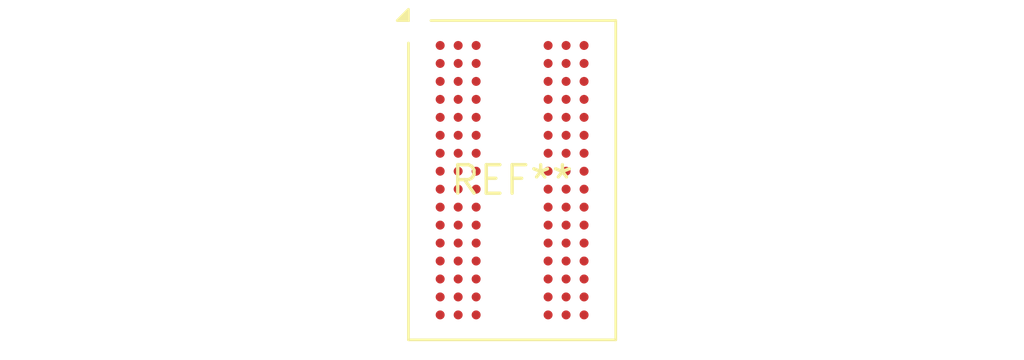
<source format=kicad_pcb>
(kicad_pcb (version 20240108) (generator pcbnew)
  (layers (0 "F.Cu" signal) (31 "B.Cu" signal) (34 "B.Paste" user) (35 "F.Paste" user) (36 "B.SilkS" user "B.Silkscreen") (37 "F.SilkS" user "F.Silkscreen") (38 "B.Mask" user) (39 "F.Mask" user) (44 "Edge.Cuts" user))
  (net 0 "")
  (footprint "Micron_FBGA-96_9x14mm_Layout9x16_P0.8mm" (layer "F.Cu") (at 0 0)
    (property "Reference" "REF**")
    (property "Value" "Micron_FBGA-96_9x14mm_Layout9x16_P0.8mm")
    (fp_line (start -4.61 7.11) (end -4.61 -6.11) (layer "F.SilkS") (stroke (width 0.12)))
    (fp_line (start -3.61 -7.11) (end 4.61 -7.11) (layer "F.SilkS") (stroke (width 0.12)))
    (fp_line (start 4.61 -7.11) (end 4.61 7.11) (layer "F.SilkS") (stroke (width 0.12)))
    (fp_line (start 4.61 7.11) (end -4.61 7.11) (layer "F.SilkS") (stroke (width 0.12)))
    (fp_poly (pts (xy -4.61 -7.11) (xy -5.11 -7.11) (xy -4.61 -7.61) (xy -4.61 -7.11)) (layer "F.SilkS") (stroke (width 0.12)) (fill solid))
    (pad "A1" smd circle (at -3.2 -6) (size 0.4 0.4) (property pad_prop_bga) (layers "F.Cu" "F.Paste" "F.Mask"))
    (pad "A2" smd circle (at -2.4 -6) (size 0.4 0.4) (property pad_prop_bga) (layers "F.Cu" "F.Paste" "F.Mask"))
    (pad "A3" smd circle (at -1.6 -6) (size 0.4 0.4) (property pad_prop_bga) (layers "F.Cu" "F.Paste" "F.Mask"))
    (pad "A7" smd circle (at 1.6 -6) (size 0.4 0.4) (property pad_prop_bga) (layers "F.Cu" "F.Paste" "F.Mask"))
    (pad "A8" smd circle (at 2.4 -6) (size 0.4 0.4) (property pad_prop_bga) (layers "F.Cu" "F.Paste" "F.Mask"))
    (pad "A9" smd circle (at 3.2 -6) (size 0.4 0.4) (property pad_prop_bga) (layers "F.Cu" "F.Paste" "F.Mask"))
    (pad "B1" smd circle (at -3.2 -5.2) (size 0.4 0.4) (property pad_prop_bga) (layers "F.Cu" "F.Paste" "F.Mask"))
    (pad "B2" smd circle (at -2.4 -5.2) (size 0.4 0.4) (property pad_prop_bga) (layers "F.Cu" "F.Paste" "F.Mask"))
    (pad "B3" smd circle (at -1.6 -5.2) (size 0.4 0.4) (property pad_prop_bga) (layers "F.Cu" "F.Paste" "F.Mask"))
    (pad "B7" smd circle (at 1.6 -5.2) (size 0.4 0.4) (property pad_prop_bga) (layers "F.Cu" "F.Paste" "F.Mask"))
    (pad "B8" smd circle (at 2.4 -5.2) (size 0.4 0.4) (property pad_prop_bga) (layers "F.Cu" "F.Paste" "F.Mask"))
    (pad "B9" smd circle (at 3.2 -5.2) (size 0.4 0.4) (property pad_prop_bga) (layers "F.Cu" "F.Paste" "F.Mask"))
    (pad "C1" smd circle (at -3.2 -4.4) (size 0.4 0.4) (property pad_prop_bga) (layers "F.Cu" "F.Paste" "F.Mask"))
    (pad "C2" smd circle (at -2.4 -4.4) (size 0.4 0.4) (property pad_prop_bga) (layers "F.Cu" "F.Paste" "F.Mask"))
    (pad "C3" smd circle (at -1.6 -4.4) (size 0.4 0.4) (property pad_prop_bga) (layers "F.Cu" "F.Paste" "F.Mask"))
    (pad "C7" smd circle (at 1.6 -4.4) (size 0.4 0.4) (property pad_prop_bga) (layers "F.Cu" "F.Paste" "F.Mask"))
    (pad "C8" smd circle (at 2.4 -4.4) (size 0.4 0.4) (property pad_prop_bga) (layers "F.Cu" "F.Paste" "F.Mask"))
    (pad "C9" smd circle (at 3.2 -4.4) (size 0.4 0.4) (property pad_prop_bga) (layers "F.Cu" "F.Paste" "F.Mask"))
    (pad "D1" smd circle (at -3.2 -3.6) (size 0.4 0.4) (property pad_prop_bga) (layers "F.Cu" "F.Paste" "F.Mask"))
    (pad "D2" smd circle (at -2.4 -3.6) (size 0.4 0.4) (property pad_prop_bga) (layers "F.Cu" "F.Paste" "F.Mask"))
    (pad "D3" smd circle (at -1.6 -3.6) (size 0.4 0.4) (property pad_prop_bga) (layers "F.Cu" "F.Paste" "F.Mask"))
    (pad "D7" smd circle (at 1.6 -3.6) (size 0.4 0.4) (property pad_prop_bga) (layers "F.Cu" "F.Paste" "F.Mask"))
    (pad "D8" smd circle (at 2.4 -3.6) (size 0.4 0.4) (property pad_prop_bga) (layers "F.Cu" "F.Paste" "F.Mask"))
    (pad "D9" smd circle (at 3.2 -3.6) (size 0.4 0.4) (property pad_prop_bga) (layers "F.Cu" "F.Paste" "F.Mask"))
    (pad "E1" smd circle (at -3.2 -2.8) (size 0.4 0.4) (property pad_prop_bga) (layers "F.Cu" "F.Paste" "F.Mask"))
    (pad "E2" smd circle (at -2.4 -2.8) (size 0.4 0.4) (property pad_prop_bga) (layers "F.Cu" "F.Paste" "F.Mask"))
    (pad "E3" smd circle (at -1.6 -2.8) (size 0.4 0.4) (property pad_prop_bga) (layers "F.Cu" "F.Paste" "F.Mask"))
    (pad "E7" smd circle (at 1.6 -2.8) (size 0.4 0.4) (property pad_prop_bga) (layers "F.Cu" "F.Paste" "F.Mask"))
    (pad "E8" smd circle (at 2.4 -2.8) (size 0.4 0.4) (property pad_prop_bga) (layers "F.Cu" "F.Paste" "F.Mask"))
    (pad "E9" smd circle (at 3.2 -2.8) (size 0.4 0.4) (property pad_prop_bga) (layers "F.Cu" "F.Paste" "F.Mask"))
    (pad "F1" smd circle (at -3.2 -2) (size 0.4 0.4) (property pad_prop_bga) (layers "F.Cu" "F.Paste" "F.Mask"))
    (pad "F2" smd circle (at -2.4 -2) (size 0.4 0.4) (property pad_prop_bga) (layers "F.Cu" "F.Paste" "F.Mask"))
    (pad "F3" smd circle (at -1.6 -2) (size 0.4 0.4) (property pad_prop_bga) (layers "F.Cu" "F.Paste" "F.Mask"))
    (pad "F7" smd circle (at 1.6 -2) (size 0.4 0.4) (property pad_prop_bga) (layers "F.Cu" "F.Paste" "F.Mask"))
    (pad "F8" smd circle (at 2.4 -2) (size 0.4 0.4) (property pad_prop_bga) (layers "F.Cu" "F.Paste" "F.Mask"))
    (pad "F9" smd circle (at 3.2 -2) (size 0.4 0.4) (property pad_prop_bga) (layers "F.Cu" "F.Paste" "F.Mask"))
    (pad "G1" smd circle (at -3.2 -1.2) (size 0.4 0.4) (property pad_prop_bga) (layers "F.Cu" "F.Paste" "F.Mask"))
    (pad "G2" smd circle (at -2.4 -1.2) (size 0.4 0.4) (property pad_prop_bga) (layers "F.Cu" "F.Paste" "F.Mask"))
    (pad "G3" smd circle (at -1.6 -1.2) (size 0.4 0.4) (property pad_prop_bga) (layers "F.Cu" "F.Paste" "F.Mask"))
    (pad "G7" smd circle (at 1.6 -1.2) (size 0.4 0.4) (property pad_prop_bga) (layers "F.Cu" "F.Paste" "F.Mask"))
    (pad "G8" smd circle (at 2.4 -1.2) (size 0.4 0.4) (property pad_prop_bga) (layers "F.Cu" "F.Paste" "F.Mask"))
    (pad "G9" smd circle (at 3.2 -1.2) (size 0.4 0.4) (property pad_prop_bga) (layers "F.Cu" "F.Paste" "F.Mask"))
    (pad "H1" smd circle (at -3.2 -0.4) (size 0.4 0.4) (property pad_prop_bga) (layers "F.Cu" "F.Paste" "F.Mask"))
    (pad "H2" smd circle (at -2.4 -0.4) (size 0.4 0.4) (property pad_prop_bga) (layers "F.Cu" "F.Paste" "F.Mask"))
    (pad "H3" smd circle (at -1.6 -0.4) (size 0.4 0.4) (property pad_prop_bga) (layers "F.Cu" "F.Paste" "F.Mask"))
    (pad "H7" smd circle (at 1.6 -0.4) (size 0.4 0.4) (property pad_prop_bga) (layers "F.Cu" "F.Paste" "F.Mask"))
    (pad "H8" smd circle (at 2.4 -0.4) (size 0.4 0.4) (property pad_prop_bga) (layers "F.Cu" "F.Paste" "F.Mask"))
    (pad "H9" smd circle (at 3.2 -0.4) (size 0.4 0.4) (property pad_prop_bga) (layers "F.Cu" "F.Paste" "F.Mask"))
    (pad "J1" smd circle (at -3.2 0.4) (size 0.4 0.4) (property pad_prop_bga) (layers "F.Cu" "F.Paste" "F.Mask"))
    (pad "J2" smd circle (at -2.4 0.4) (size 0.4 0.4) (property pad_prop_bga) (layers "F.Cu" "F.Paste" "F.Mask"))
    (pad "J3" smd circle (at -1.6 0.4) (size 0.4 0.4) (property pad_prop_bga) (layers "F.Cu" "F.Paste" "F.Mask"))
    (pad "J7" smd circle (at 1.6 0.4) (size 0.4 0.4) (property pad_prop_bga) (layers "F.Cu" "F.Paste" "F.Mask"))
    (pad "J8" smd circle (at 2.4 0.4) (size 0.4 0.4) (property pad_prop_bga) (layers "F.Cu" "F.Paste" "F.Mask"))
    (pad "J9" smd circle (at 3.2 0.4) (size 0.4 0.4) (property pad_prop_bga) (layers "F.Cu" "F.Paste" "F.Mask"))
    (pad "K1" smd circle (at -3.2 1.2) (size 0.4 0.4) (property pad_prop_bga) (layers "F.Cu" "F.Paste" "F.Mask"))
    (pad "K2" smd circle (at -2.4 1.2) (size 0.4 0.4) (property pad_prop_bga) (layers "F.Cu" "F.Paste" "F.Mask"))
    (pad "K3" smd circle (at -1.6 1.2) (size 0.4 0.4) (property pad_prop_bga) (layers "F.Cu" "F.Paste" "F.Mask"))
    (pad "K7" smd circle (at 1.6 1.2) (size 0.4 0.4) (property pad_prop_bga) (layers "F.Cu" "F.Paste" "F.Mask"))
    (pad "K8" smd circle (at 2.4 1.2) (size 0.4 0.4) (property pad_prop_bga) (layers "F.Cu" "F.Paste" "F.Mask"))
    (pad "K9" smd circle (at 3.2 1.2) (size 0.4 0.4) (property pad_prop_bga) (layers "F.Cu" "F.Paste" "F.Mask"))
    (pad "L1" smd circle (at -3.2 2) (size 0.4 0.4) (property pad_prop_bga) (layers "F.Cu" "F.Paste" "F.Mask"))
    (pad "L2" smd circle (at -2.4 2) (size 0.4 0.4) (property pad_prop_bga) (layers "F.Cu" "F.Paste" "F.Mask"))
    (pad "L3" smd circle (at -1.6 2) (size 0.4 0.4) (property pad_prop_bga) (layers "F.Cu" "F.Paste" "F.Mask"))
    (pad "L7" smd circle (at 1.6 2) (size 0.4 0.4) (property pad_prop_bga) (layers "F.Cu" "F.Paste" "F.Mask"))
    (pad "L8" smd circle (at 2.4 2) (size 0.4 0.4) (property pad_prop_bga) (layers "F.Cu" "F.Paste" "F.Mask"))
    (pad "L9" smd circle (at 3.2 2) (size 0.4 0.4) (property pad_prop_bga) (layers "F.Cu" "F.Paste" "F.Mask"))
    (pad "M1" smd circle (at -3.2 2.8) (size 0.4 0.4) (property pad_prop_bga) (layers "F.Cu" "F.Paste" "F.Mask"))
    (pad "M2" smd circle (at -2.4 2.8) (size 0.4 0.4) (property pad_prop_bga) (layers "F.Cu" "F.Paste" "F.Mask"))
    (pad "M3" smd circle (at -1.6 2.8) (size 0.4 0.4) (property pad_prop_bga) (layers "F.Cu" "F.Paste" "F.Mask"))
    (pad "M7" smd circle (at 1.6 2.8) (size 0.4 0.4) (property pad_prop_bga) (layers "F.Cu" "F.Paste" "F.Mask"))
    (pad "M8" smd circle (at 2.4 2.8) (size 0.4 0.4) (property pad_prop_bga) (layers "F.Cu" "F.Paste" "F.Mask"))
    (pad "M9" smd circle (at 3.2 2.8) (size 0.4 0.4) (property pad_prop_bga) (layers "F.Cu" "F.Paste" "F.Mask"))
    (pad "N1" smd circle (at -3.2 3.6) (size 0.4 0.4) (property pad_prop_bga) (layers "F.Cu" "F.Paste" "F.Mask"))
    (pad "N2" smd circle (at -2.4 3.6) (size 0.4 0.4) (property pad_prop_bga) (layers "F.Cu" "F.Paste" "F.Mask"))
    (pad "N3" smd circle (at -1.6 3.6) (size 0.4 0.4) (property pad_prop_bga) (layers "F.Cu" "F.Paste" "F.Mask"))
    (pad "N7" smd circle (at 1.6 3.6) (size 0.4 0.4) (property pad_prop_bga) (layers "F.Cu" "F.Paste" "F.Mask"))
    (pad "N8" smd circle (at 2.4 3.6) (size 0.4 0.4) (property pad_prop_bga) (layers "F.Cu" "F.Paste" "F.Mask"))
    (pad "N9" smd circle (at 3.2 3.6) (size 0.4 0.4) (property pad_prop_bga) (layers "F.Cu" "F.Paste" "F.Mask"))
    (pad "P1" smd circle (at -3.2 4.4) (size 0.4 0.4) (property pad_prop_bga) (layers "F.Cu" "F.Paste" "F.Mask"))
    (pad "P2" smd circle (at -2.4 4.4) (size 0.4 0.4) (property pad_prop_bga) (layers "F.Cu" "F.Paste" "F.Mask"))
    (pad "P3" smd circle (at -1.6 4.4) (size 0.4 0.4) (property pad_prop_bga) (layers "F.Cu" "F.Paste" "F.Mask"))
    (pad "P7" smd circle (at 1.6 4.4) (size 0.4 0.4) (property pad_prop_bga) (layers "F.Cu" "F.Paste" "F.Mask"))
    (pad "P8" smd circle (at 2.4 4.4) (size 0.4 0.4) (property pad_prop_bga) (layers "F.Cu" "F.Paste" "F.Mask"))
    (pad "P9" smd circle (at 3.2 4.4) (size 0.4 0.4) (property pad_prop_bga) (layers "F.Cu" "F.Paste" "F.Mask"))
    (pad "R1" smd circle (at -3.2 5.2) (size 0.4 0.4) (property pad_prop_bga) (layers "F.Cu" "F.Paste" "F.Mask"))
    (pad "R2" smd circle (at -2.4 5.2) (size 0.4 0.4) (property pad_prop_bga) (layers "F.Cu" "F.Paste" "F.Mask"))
    (pad "R3" smd circle (at -1.6 5.2) (size 0.4 0.4) (property pad_prop_bga) (layers "F.Cu" "F.Paste" "F.Mask"))
    (pad "R7" smd circle (at 1.6 5.2) (size 0.4 0.4) (property pad_prop_bga) (layers "F.Cu" "F.Paste" "F.Mask"))
    (pad "R8" smd circle (at 2.4 5.2) (size 0.4 0.4) (property pad_prop_bga) (layers "F.Cu" "F.Paste" "F.Mask"))
    (pad "R9" smd circle (at 3.2 5.2) (size 0.4 0.4) (property pad_prop_bga) (layers "F.Cu" "F.Paste" "F.Mask"))
    (pad "T1" smd circle (at -3.2 6) (size 0.4 0.4) (property pad_prop_bga) (layers "F.Cu" "F.Paste" "F.Mask"))
    (pad "T2" smd circle (at -2.4 6) (size 0.4 0.4) (property pad_prop_bga) (layers "F.Cu" "F.Paste" "F.Mask"))
    (pad "T3" smd circle (at -1.6 6) (size 0.4 0.4) (property pad_prop_bga) (layers "F.Cu" "F.Paste" "F.Mask"))
    (pad "T7" smd circle (at 1.6 6) (size 0.4 0.4) (property pad_prop_bga) (layers "F.Cu" "F.Paste" "F.Mask"))
    (pad "T8" smd circle (at 2.4 6) (size 0.4 0.4) (property pad_prop_bga) (layers "F.Cu" "F.Paste" "F.Mask"))
    (pad "T9" smd circle (at 3.2 6) (size 0.4 0.4) (property pad_prop_bga) (layers "F.Cu" "F.Paste" "F.Mask"))
  )
)
</source>
